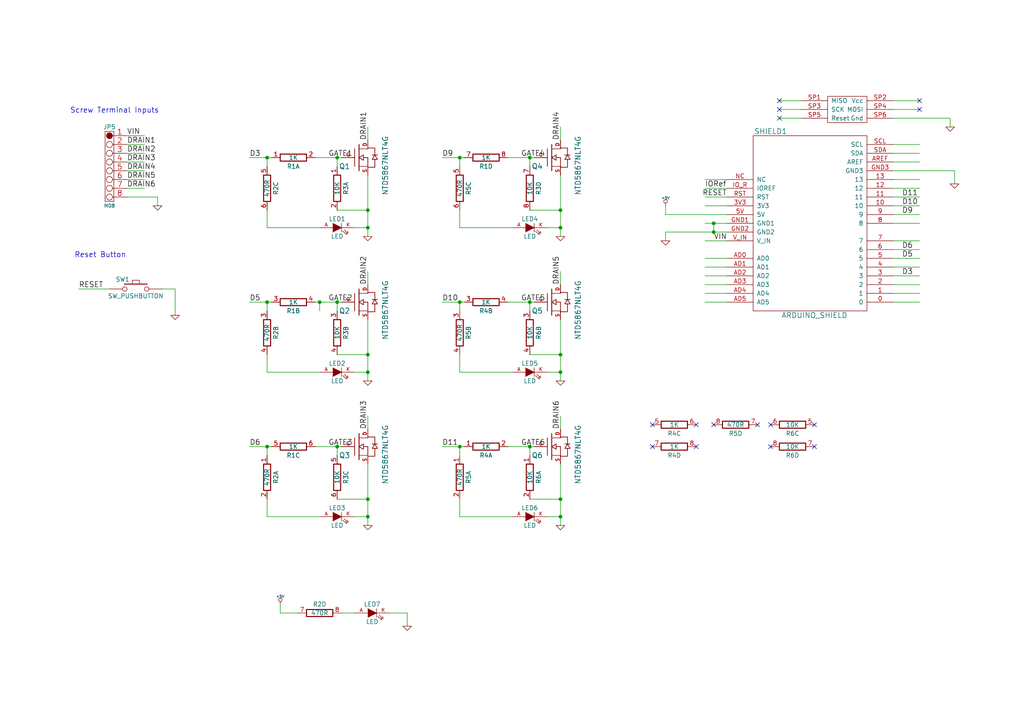
<source format=kicad_sch>
(kicad_sch (version 20230121) (generator eeschema)
  (paper "A4")
  (title_block (title "NDrive Shield") (date "28 Aug 2014") (rev "v1.0") (company "TAPR Open Hardware License") (comment 1 "(C) 2014 Freetronics Pty Ltd"))
  (lib_symbols
    (symbol "NDriveShield-rescue:+5V" (power) (pin_names (offset 1.016))
      (property "Value" "+5V" (at 0 2.286 0))
      (symbol "+5V_0_0"
        (pin power_in line (at 0 0 90) (length 0) hide (name "+5V") (number "1"))
      )
      (symbol "+5V_0_1"
        (polyline (pts (xy 0 0) (xy 0 0.762) (xy 0 0.762) (xy 0 0.762)))
        (circle (center 0 1.27) (radius 0.508))
      )
    )
    (symbol "NDriveShield-rescue:ARDUINO_SHIELD" (pin_names (offset 1.016))
      (property "Reference" "SHIELD" (at -11.43 29.21 0))
      (property "Value" "ARDUINO_SHIELD" (at 1.27 -24.13 0))
      (symbol "ARDUINO_SHIELD_0_1"
        (rectangle (start -16.51 -22.86) (end 16.51 27.94))
        (rectangle (start 5.08 39.37) (end 16.51 31.75))
      )
      (symbol "ARDUINO_SHIELD_1_1"
        (pin bidirectional line (at 24.13 -20.32 180) (length 7.62) (name "0") (number "0"))
        (pin bidirectional line (at 24.13 -17.78 180) (length 7.62) (name "1") (number "1"))
        (pin bidirectional line (at 24.13 7.62 180) (length 7.62) (name "10") (number "10"))
        (pin bidirectional line (at 24.13 10.16 180) (length 7.62) (name "11") (number "11"))
        (pin bidirectional line (at 24.13 12.7 180) (length 7.62) (name "12") (number "12"))
        (pin bidirectional line (at 24.13 15.24 180) (length 7.62) (name "13") (number "13"))
        (pin bidirectional line (at 24.13 -15.24 180) (length 7.62) (name "2") (number "2"))
        (pin bidirectional line (at 24.13 -12.7 180) (length 7.62) (name "3") (number "3"))
        (pin power_out line (at -24.13 7.62 0) (length 7.62) (name "3V3") (number "3V3"))
        (pin bidirectional line (at 24.13 -10.16 180) (length 7.62) (name "4") (number "4"))
        (pin bidirectional line (at 24.13 -7.62 180) (length 7.62) (name "5") (number "5"))
        (pin power_out line (at -24.13 5.08 0) (length 7.62) (name "5V") (number "5V"))
        (pin bidirectional line (at 24.13 -5.08 180) (length 7.62) (name "6") (number "6"))
        (pin bidirectional line (at 24.13 -2.54 180) (length 7.62) (name "7") (number "7"))
        (pin bidirectional line (at 24.13 2.54 180) (length 7.62) (name "8") (number "8"))
        (pin bidirectional line (at 24.13 5.08 180) (length 7.62) (name "9") (number "9"))
        (pin bidirectional line (at -24.13 -7.62 0) (length 7.62) (name "AD0") (number "AD0"))
        (pin bidirectional line (at -24.13 -10.16 0) (length 7.62) (name "AD1") (number "AD1"))
        (pin bidirectional line (at -24.13 -12.7 0) (length 7.62) (name "AD2") (number "AD2"))
        (pin bidirectional line (at -24.13 -15.24 0) (length 7.62) (name "AD3") (number "AD3"))
        (pin bidirectional line (at -24.13 -17.78 0) (length 7.62) (name "AD4") (number "AD4"))
        (pin bidirectional line (at -24.13 -20.32 0) (length 7.62) (name "AD5") (number "AD5"))
        (pin input line (at 24.13 20.32 180) (length 7.62) (name "AREF") (number "AREF"))
        (pin power_out line (at -24.13 2.54 0) (length 7.62) (name "GND1") (number "GND1"))
        (pin power_out line (at -24.13 0 0) (length 7.62) (name "GND2") (number "GND2"))
        (pin power_out line (at 24.13 17.78 180) (length 7.62) (name "GND3") (number "GND3"))
        (pin power_out line (at -24.13 12.7 0) (length 7.62) (name "IOREF") (number "IO_R"))
        (pin passive line (at -24.13 15.24 0) (length 7.62) (name "NC") (number "NC"))
        (pin input line (at -24.13 10.16 0) (length 7.62) (name "RST") (number "RST"))
        (pin output line (at 24.13 25.4 180) (length 7.62) (name "SCL") (number "SCL"))
        (pin bidirectional line (at 24.13 22.86 180) (length 7.62) (name "SDA") (number "SDA"))
        (pin bidirectional line (at -2.54 38.1 0) (length 7.62) (name "MISO") (number "SP1"))
        (pin power_out line (at 24.13 38.1 180) (length 7.62) (name "Vcc") (number "SP2"))
        (pin bidirectional line (at -2.54 35.56 0) (length 7.62) (name "SCK") (number "SP3"))
        (pin bidirectional line (at 24.13 35.56 180) (length 7.62) (name "MOSI") (number "SP4"))
        (pin input line (at -2.54 33.02 0) (length 7.62) (name "Reset") (number "SP5"))
        (pin power_out line (at 24.13 33.02 180) (length 7.62) (name "Gnd") (number "SP6"))
        (pin power_out line (at -24.13 -2.54 0) (length 7.62) (name "V_IN") (number "V_IN"))
      )
    )
    (symbol "NDriveShield-rescue:GND" (power) (pin_names (offset 0))
      (symbol "GND_0_1"
        (polyline (pts (xy -1.27 0) (xy 0 -1.27) (xy 1.27 0) (xy -1.27 0)))
      )
      (symbol "GND_1_1"
        (pin power_in line (at 0 0 90) (length 0) hide (name "GND") (number "1"))
      )
    )
    (symbol "NDriveShield-rescue:LED" (pin_names (offset 1.016) hide)
      (property "Reference" "LED" (at 0 2.54 0))
      (property "Value" "LED" (at 0 -2.54 0))
      (symbol "LED_0_1"
        (polyline (pts (xy 1.27 1.27) (xy 1.27 -1.27)))
        (polyline (pts (xy -1.27 1.27) (xy 1.27 0) (xy -1.27 -1.27)) (fill (type outline)))
        (polyline (pts (xy 1.651 -1.016) (xy 2.794 -2.032) (xy 2.667 -1.397)))
        (polyline (pts (xy 2.032 -0.635) (xy 3.175 -1.651) (xy 3.048 -1.016)))
      )
      (symbol "LED_1_1"
        (pin passive line (at -5.08 0 0) (length 3.81) (name "A") (number "A"))
        (pin passive line (at 5.08 0 180) (length 3.81) (name "K") (number "K"))
      )
    )
    (symbol "NDriveShield-rescue:M08" (pin_names (offset 0.762) hide)
      (property "Reference" "JP" (at -2.54 2.54 0))
      (property "Value" "M08" (at -2.54 -20.32 0))
      (symbol "M08_0_1"
        (circle (center -2.54 -15.24) (radius 0.889))
        (circle (center -2.54 -10.16) (radius 0.889))
        (circle (center -2.54 -5.08) (radius 0.889))
        (circle (center -2.54 0) (radius 0.889) (fill (type outline)))
        (polyline (pts (xy -3.81 1.27) (xy -1.27 1.27) (xy -1.27 -19.05) (xy -3.81 -19.05) (xy -3.81 1.27)))
        (pin passive line (at -7.62 0 0) (length 4.191) (name "1") (number "1"))
        (pin passive line (at -7.62 -2.54 0) (length 4.191) (name "2") (number "2"))
        (pin passive line (at -7.62 -5.08 0) (length 4.191) (name "3") (number "3"))
        (pin passive line (at -7.62 -7.62 0) (length 4.191) (name "4") (number "4"))
        (pin passive line (at -7.62 -10.16 0) (length 4.191) (name "5") (number "5"))
        (pin passive line (at -7.62 -12.7 0) (length 4.191) (name "6") (number "6"))
        (pin passive line (at -7.62 -15.24 0) (length 4.191) (name "7") (number "7"))
        (pin passive line (at -7.62 -17.78 0) (length 4.191) (name "8") (number "8"))
      )
      (symbol "M08_1_1"
        (circle (center -2.54 -17.78) (radius 0.889))
        (circle (center -2.54 -12.7) (radius 0.889))
        (circle (center -2.54 -7.62) (radius 0.889))
        (circle (center -2.54 -2.54) (radius 0.889))
      )
    )
    (symbol "NDriveShield-rescue:MOSFET_N" (pin_names (offset 0) hide)
      (property "Reference" "Q" (at -2.286 4.318 0))
      (property "Value" "MOSFET_N" (at 1.524 -6.35 0))
      (symbol "MOSFET_N_0_1"
        (polyline (pts (xy -1.27 -2.54) (xy -1.27 2.54)) (stroke (width 0.2032)))
        (polyline (pts (xy 0 -3.81) (xy 0 3.81)) (stroke (width 0.254)))
        (polyline (pts (xy 1.27 0) (xy 2.54 0)) (stroke (width 0.2032)))
        (polyline (pts (xy 2.54 -2.54) (xy 0 -2.54)))
        (polyline (pts (xy 2.54 -2.54) (xy 2.54 0)) (stroke (width 0.2032)))
        (polyline (pts (xy 2.54 2.54) (xy 0 2.54)))
        (polyline (pts (xy 5.334 0.762) (xy 3.81 0.762)) (stroke (width 0.2032)))
        (polyline (pts (xy 2.54 -2.794) (xy 4.572 -2.794) (xy 4.572 -0.508)) (stroke (width 0.2032)))
        (polyline (pts (xy 4.572 0.762) (xy 4.572 2.794) (xy 2.54 2.794)) (stroke (width 0.2032)))
        (polyline (pts (xy 1.27 0.762) (xy 1.27 -0.762) (xy 0 0) (xy 1.27 0.762) (xy 1.27 0.762)) (stroke (width 0.2032)))
        (polyline (pts (xy 5.334 -0.508) (xy 3.81 -0.508) (xy 4.572 0.762) (xy 5.334 -0.508) (xy 5.334 -0.508)) (stroke (width 0.2032)))
      )
      (symbol "MOSFET_N_1_1"
        (pin passive line (at 2.54 5.08 270) (length 2.54) (name "D") (number "D"))
        (pin input line (at -5.08 0 0) (length 3.81) (name "G") (number "G"))
        (pin passive line (at 2.54 -5.08 90) (length 2.54) (name "S") (number "S"))
      )
    )
    (symbol "NDriveShield-rescue:RES_PACK4_IND" (pin_names (offset 0) hide)
      (property "Reference" "R" (at 0 -2.54 0))
      (property "Value" "RES_PACK4_IND" (at 0 2.54 0))
      (symbol "RES_PACK4_IND_1_1"
        (rectangle (start -3.81 -1.016) (end 3.81 1.016) (stroke (width 0.3048)))
        (pin passive line (at -6.35 0 0) (length 2.54) (name "7") (number "1"))
        (pin passive line (at 6.35 0 180) (length 2.54) (name "8") (number "2"))
      )
      (symbol "RES_PACK4_IND_2_1"
        (rectangle (start -3.81 -1.016) (end 3.81 1.016) (stroke (width 0.3048)))
        (pin passive line (at -6.35 0 0) (length 2.54) (name "7") (number "3"))
        (pin passive line (at 6.35 0 180) (length 2.54) (name "8") (number "4"))
      )
      (symbol "RES_PACK4_IND_3_1"
        (rectangle (start -3.81 -1.016) (end 3.81 1.016) (stroke (width 0.3048)))
        (pin passive line (at -6.35 0 0) (length 2.54) (name "7") (number "5"))
        (pin passive line (at 6.35 0 180) (length 2.54) (name "8") (number "6"))
      )
      (symbol "RES_PACK4_IND_4_1"
        (rectangle (start -3.81 -1.016) (end 3.81 1.016) (stroke (width 0.3048)))
        (pin passive line (at -6.35 0 0) (length 2.54) (name "7") (number "7"))
        (pin passive line (at 6.35 0 180) (length 2.54) (name "8") (number "8"))
      )
    )
    (symbol "NDriveShield-rescue:SW_PUSHBUTTON" (pin_numbers hide) (pin_names (offset 1.016) hide)
      (property "Reference" "SW" (at -3.81 2.794 0))
      (property "Value" "SW_PUSHBUTTON" (at 0 -2.032 0))
      (symbol "SW_PUSHBUTTON_0_1"
        (rectangle (start -3.302 1.27) (end 3.302 1.524))
        (polyline (pts (xy -1.016 1.524) (xy -1.016 2.54) (xy 1.016 2.54) (xy 1.016 1.524)))
        (pin passive inverted (at -7.62 0 0) (length 5.08) (name "1") (number "1"))
        (pin passive inverted (at 7.62 0 180) (length 5.08) (name "2") (number "2"))
      )
    )
  )
  (junction (at 77.47 45.72))
  (junction (at 133.35 129.54))
  (junction (at 106.68 102.87))
  (junction (at 97.79 87.63))
  (junction (at 106.68 60.96))
  (junction (at 106.68 149.86))
  (junction (at 133.35 87.63))
  (junction (at 153.67 45.72))
  (junction (at 207.01 64.77))
  (junction (at 162.56 107.95))
  (junction (at 92.71 87.63))
  (junction (at 77.47 129.54))
  (junction (at 153.67 87.63))
  (junction (at 77.47 87.63))
  (junction (at 162.56 102.87))
  (junction (at 106.68 66.04))
  (junction (at 162.56 149.86))
  (junction (at 97.79 45.72))
  (junction (at 106.68 107.95))
  (junction (at 162.56 144.78))
  (junction (at 207.01 67.31))
  (junction (at 153.67 129.54))
  (junction (at 97.79 129.54))
  (junction (at 106.68 144.78))
  (junction (at 133.35 45.72))
  (junction (at 162.56 66.04))
  (junction (at 162.56 60.96))
  (no_connect (at 201.93 129.54))
  (no_connect (at 189.23 123.19))
  (no_connect (at 219.71 123.19))
  (no_connect (at 236.22 123.19))
  (no_connect (at 223.52 129.54))
  (no_connect (at 189.23 129.54))
  (no_connect (at 266.7 29.21))
  (no_connect (at 226.06 34.29))
  (no_connect (at 236.22 129.54))
  (no_connect (at 226.06 29.21))
  (no_connect (at 207.01 123.19))
  (no_connect (at 266.7 31.75))
  (no_connect (at 201.93 123.19))
  (no_connect (at 223.52 123.19))
  (no_connect (at 226.06 31.75))
  (wire (pts (xy 147.32 87.63) (xy 153.67 87.63)))
  (wire (pts (xy 133.35 66.04) (xy 148.59 66.04)))
  (wire (pts (xy 153.67 48.26) (xy 153.67 45.72)))
  (wire (pts (xy 162.56 50.8) (xy 162.56 60.96)))
  (wire (pts (xy 153.67 102.87) (xy 162.56 102.87)))
  (wire (pts (xy 77.47 90.17) (xy 77.47 87.63)))
  (wire (pts (xy 259.08 57.15) (xy 266.7 57.15)))
  (wire (pts (xy 153.67 87.63) (xy 154.94 87.63)))
  (wire (pts (xy 259.08 49.53) (xy 276.86 49.53)))
  (wire (pts (xy 99.06 177.8) (xy 102.87 177.8)))
  (wire (pts (xy 106.68 144.78) (xy 106.68 149.86)))
  (wire (pts (xy 133.35 87.63) (xy 128.27 87.63)))
  (wire (pts (xy 193.04 67.31) (xy 207.01 67.31)))
  (wire (pts (xy 210.82 85.09) (xy 204.47 85.09)))
  (wire (pts (xy 36.83 57.15) (xy 45.72 57.15)))
  (wire (pts (xy 77.47 45.72) (xy 72.39 45.72)))
  (wire (pts (xy 92.71 87.63) (xy 97.79 87.63)))
  (wire (pts (xy 86.36 177.8) (xy 81.28 177.8)))
  (wire (pts (xy 193.04 62.23) (xy 193.04 59.69)))
  (wire (pts (xy 210.82 82.55) (xy 204.47 82.55)))
  (wire (pts (xy 259.08 85.09) (xy 266.7 85.09)))
  (wire (pts (xy 106.68 60.96) (xy 106.68 66.04)))
  (wire (pts (xy 97.79 48.26) (xy 97.79 45.72)))
  (wire (pts (xy 259.08 52.07) (xy 266.7 52.07)))
  (wire (pts (xy 77.47 149.86) (xy 92.71 149.86)))
  (wire (pts (xy 102.87 149.86) (xy 106.68 149.86)))
  (wire (pts (xy 97.79 102.87) (xy 106.68 102.87)))
  (wire (pts (xy 275.59 34.29) (xy 275.59 36.83)))
  (wire (pts (xy 36.83 54.61) (xy 41.91 54.61)))
  (wire (pts (xy 259.08 29.21) (xy 266.7 29.21)))
  (wire (pts (xy 259.08 82.55) (xy 266.7 82.55)))
  (wire (pts (xy 106.68 107.95) (xy 106.68 110.49)))
  (wire (pts (xy 207.01 67.31) (xy 210.82 67.31)))
  (wire (pts (xy 210.82 69.85) (xy 204.47 69.85)))
  (wire (pts (xy 259.08 87.63) (xy 266.7 87.63)))
  (wire (pts (xy 31.75 83.82) (xy 22.86 83.82)))
  (wire (pts (xy 210.82 87.63) (xy 204.47 87.63)))
  (wire (pts (xy 232.41 29.21) (xy 226.06 29.21)))
  (wire (pts (xy 77.47 87.63) (xy 78.74 87.63)))
  (wire (pts (xy 77.47 102.87) (xy 77.47 107.95)))
  (wire (pts (xy 162.56 60.96) (xy 162.56 66.04)))
  (wire (pts (xy 97.79 144.78) (xy 106.68 144.78)))
  (wire (pts (xy 133.35 45.72) (xy 128.27 45.72)))
  (wire (pts (xy 259.08 59.69) (xy 266.7 59.69)))
  (wire (pts (xy 153.67 45.72) (xy 154.94 45.72)))
  (wire (pts (xy 97.79 132.08) (xy 97.79 129.54)))
  (wire (pts (xy 193.04 67.31) (xy 193.04 69.85)))
  (wire (pts (xy 97.79 60.96) (xy 106.68 60.96)))
  (wire (pts (xy 118.11 177.8) (xy 118.11 181.61)))
  (wire (pts (xy 106.68 40.64) (xy 106.68 36.83)))
  (wire (pts (xy 259.08 34.29) (xy 275.59 34.29)))
  (wire (pts (xy 210.82 54.61) (xy 204.47 54.61)))
  (wire (pts (xy 162.56 124.46) (xy 162.56 120.65)))
  (wire (pts (xy 36.83 41.91) (xy 41.91 41.91)))
  (wire (pts (xy 207.01 64.77) (xy 207.01 67.31)))
  (wire (pts (xy 77.47 132.08) (xy 77.47 129.54)))
  (wire (pts (xy 36.83 39.37) (xy 41.91 39.37)))
  (wire (pts (xy 77.47 129.54) (xy 72.39 129.54)))
  (wire (pts (xy 259.08 62.23) (xy 266.7 62.23)))
  (wire (pts (xy 259.08 64.77) (xy 266.7 64.77)))
  (wire (pts (xy 36.83 49.53) (xy 41.91 49.53)))
  (wire (pts (xy 78.74 45.72) (xy 77.47 45.72)))
  (wire (pts (xy 162.56 144.78) (xy 162.56 149.86)))
  (wire (pts (xy 97.79 87.63) (xy 99.06 87.63)))
  (wire (pts (xy 193.04 62.23) (xy 210.82 62.23)))
  (wire (pts (xy 133.35 149.86) (xy 148.59 149.86)))
  (wire (pts (xy 232.41 34.29) (xy 226.06 34.29)))
  (wire (pts (xy 210.82 77.47) (xy 204.47 77.47)))
  (wire (pts (xy 210.82 59.69) (xy 204.47 59.69)))
  (wire (pts (xy 91.44 129.54) (xy 97.79 129.54)))
  (wire (pts (xy 153.67 129.54) (xy 154.94 129.54)))
  (wire (pts (xy 210.82 74.93) (xy 204.47 74.93)))
  (wire (pts (xy 133.35 132.08) (xy 133.35 129.54)))
  (wire (pts (xy 106.68 82.55) (xy 106.68 78.74)))
  (wire (pts (xy 92.71 90.17) (xy 92.71 87.63)))
  (wire (pts (xy 36.83 52.07) (xy 41.91 52.07)))
  (wire (pts (xy 106.68 50.8) (xy 106.68 60.96)))
  (wire (pts (xy 46.99 83.82) (xy 50.8 83.82)))
  (wire (pts (xy 134.62 87.63) (xy 133.35 87.63)))
  (wire (pts (xy 259.08 46.99) (xy 266.7 46.99)))
  (wire (pts (xy 97.79 90.17) (xy 97.79 87.63)))
  (wire (pts (xy 91.44 45.72) (xy 97.79 45.72)))
  (wire (pts (xy 91.44 87.63) (xy 92.71 87.63)))
  (wire (pts (xy 153.67 60.96) (xy 162.56 60.96)))
  (wire (pts (xy 77.47 45.72) (xy 77.47 48.26)))
  (wire (pts (xy 153.67 132.08) (xy 153.67 129.54)))
  (wire (pts (xy 162.56 66.04) (xy 162.56 68.58)))
  (wire (pts (xy 36.83 44.45) (xy 41.91 44.45)))
  (wire (pts (xy 153.67 144.78) (xy 162.56 144.78)))
  (wire (pts (xy 276.86 49.53) (xy 276.86 53.34)))
  (wire (pts (xy 36.83 46.99) (xy 41.91 46.99)))
  (wire (pts (xy 106.68 102.87) (xy 106.68 107.95)))
  (wire (pts (xy 133.35 90.17) (xy 133.35 87.63)))
  (wire (pts (xy 259.08 54.61) (xy 266.7 54.61)))
  (wire (pts (xy 102.87 107.95) (xy 106.68 107.95)))
  (wire (pts (xy 133.35 129.54) (xy 128.27 129.54)))
  (wire (pts (xy 162.56 149.86) (xy 162.56 152.4)))
  (wire (pts (xy 97.79 129.54) (xy 99.06 129.54)))
  (wire (pts (xy 133.35 144.78) (xy 133.35 149.86)))
  (wire (pts (xy 45.72 57.15) (xy 45.72 59.69)))
  (wire (pts (xy 147.32 129.54) (xy 153.67 129.54)))
  (wire (pts (xy 134.62 45.72) (xy 133.35 45.72)))
  (wire (pts (xy 259.08 31.75) (xy 266.7 31.75)))
  (wire (pts (xy 158.75 149.86) (xy 162.56 149.86)))
  (wire (pts (xy 162.56 92.71) (xy 162.56 102.87)))
  (wire (pts (xy 106.68 134.62) (xy 106.68 144.78)))
  (wire (pts (xy 162.56 82.55) (xy 162.56 78.74)))
  (wire (pts (xy 147.32 45.72) (xy 153.67 45.72)))
  (wire (pts (xy 162.56 40.64) (xy 162.56 36.83)))
  (wire (pts (xy 102.87 66.04) (xy 106.68 66.04)))
  (wire (pts (xy 259.08 41.91) (xy 266.7 41.91)))
  (wire (pts (xy 259.08 44.45) (xy 266.7 44.45)))
  (wire (pts (xy 210.82 80.01) (xy 204.47 80.01)))
  (wire (pts (xy 106.68 92.71) (xy 106.68 102.87)))
  (wire (pts (xy 158.75 66.04) (xy 162.56 66.04)))
  (wire (pts (xy 259.08 77.47) (xy 266.7 77.47)))
  (wire (pts (xy 162.56 107.95) (xy 162.56 110.49)))
  (wire (pts (xy 97.79 45.72) (xy 99.06 45.72)))
  (wire (pts (xy 113.03 177.8) (xy 118.11 177.8)))
  (wire (pts (xy 133.35 60.96) (xy 133.35 66.04)))
  (wire (pts (xy 210.82 57.15) (xy 204.47 57.15)))
  (wire (pts (xy 210.82 52.07) (xy 204.47 52.07)))
  (wire (pts (xy 259.08 72.39) (xy 266.7 72.39)))
  (wire (pts (xy 106.68 124.46) (xy 106.68 120.65)))
  (wire (pts (xy 162.56 134.62) (xy 162.56 144.78)))
  (wire (pts (xy 162.56 102.87) (xy 162.56 107.95)))
  (wire (pts (xy 133.35 48.26) (xy 133.35 45.72)))
  (wire (pts (xy 106.68 66.04) (xy 106.68 68.58)))
  (wire (pts (xy 50.8 83.82) (xy 50.8 91.44)))
  (wire (pts (xy 77.47 60.96) (xy 77.47 66.04)))
  (wire (pts (xy 106.68 149.86) (xy 106.68 152.4)))
  (wire (pts (xy 78.74 129.54) (xy 77.47 129.54)))
  (wire (pts (xy 158.75 107.95) (xy 162.56 107.95)))
  (wire (pts (xy 77.47 66.04) (xy 92.71 66.04)))
  (wire (pts (xy 210.82 64.77) (xy 207.01 64.77)))
  (wire (pts (xy 259.08 74.93) (xy 266.7 74.93)))
  (wire (pts (xy 134.62 129.54) (xy 133.35 129.54)))
  (wire (pts (xy 232.41 31.75) (xy 226.06 31.75)))
  (wire (pts (xy 77.47 144.78) (xy 77.47 149.86)))
  (wire (pts (xy 133.35 102.87) (xy 133.35 107.95)))
  (wire (pts (xy 259.08 69.85) (xy 266.7 69.85)))
  (wire (pts (xy 81.28 177.8) (xy 81.28 175.26)))
  (wire (pts (xy 207.01 64.77) (xy 204.47 64.77)))
  (wire (pts (xy 259.08 80.01) (xy 266.7 80.01)))
  (wire (pts (xy 153.67 90.17) (xy 153.67 87.63)))
  (wire (pts (xy 72.39 87.63) (xy 77.47 87.63)))
  (wire (pts (xy 77.47 107.95) (xy 92.71 107.95)))
  (wire (pts (xy 133.35 107.95) (xy 148.59 107.95)))
  (text "Screw Terminal Inputs\n" (at 20.32 33.02 0) (effects (font (size 1.524 1.524)) (justify left bottom)))
  (text "Reset Button\n" (at 21.59 74.93 0) (effects (font (size 1.524 1.524)) (justify left bottom)))
  (label "D11" (at 261.62 57.15 0) (effects (font (size 1.524 1.524))))
  (label "D10" (at 128.27 87.63 0) (effects (font (size 1.524 1.524))))
  (label "D10" (at 261.62 59.69 0) (effects (font (size 1.524 1.524))))
  (label "DRAIN1" (at 36.83 41.91 0) (effects (font (size 1.524 1.524))))
  (label "GATE3" (at 95.25 129.54 0) (effects (font (size 1.524 1.524))))
  (label "D11" (at 128.27 129.54 0) (effects (font (size 1.524 1.524))))
  (label "RESET" (at 22.86 83.82 0) (effects (font (size 1.524 1.524))))
  (label "D6" (at 72.39 129.54 0) (effects (font (size 1.524 1.524))))
  (label "DRAIN3" (at 106.68 124.46 90) (effects (font (size 1.524 1.524))))
  (label "IORef" (at 204.47 54.61 0) (effects (font (size 1.524 1.524))))
  (label "DRAIN6" (at 36.83 54.61 0) (effects (font (size 1.524 1.524))))
  (label "GATE2" (at 95.25 87.63 0) (effects (font (size 1.524 1.524))))
  (label "VIN" (at 36.83 39.37 0) (effects (font (size 1.524 1.524))))
  (label "GATE6" (at 151.13 129.54 0) (effects (font (size 1.524 1.524))))
  (label "VIN" (at 207.01 69.85 0) (effects (font (size 1.524 1.524))))
  (label "D5" (at 261.62 74.93 0) (effects (font (size 1.524 1.524))))
  (label "DRAIN2" (at 36.83 44.45 0) (effects (font (size 1.524 1.524))))
  (label "DRAIN6" (at 162.56 124.46 90) (effects (font (size 1.524 1.524))))
  (label "D6" (at 261.62 72.39 0) (effects (font (size 1.524 1.524))))
  (label "GATE5" (at 151.13 87.63 0) (effects (font (size 1.524 1.524))))
  (label "DRAIN5" (at 162.56 82.55 90) (effects (font (size 1.524 1.524))))
  (label "D3" (at 72.39 45.72 0) (effects (font (size 1.524 1.524))))
  (label "GATE1" (at 95.25 45.72 0) (effects (font (size 1.524 1.524))))
  (label "RESET" (at 210.82 57.15 180) (effects (font (size 1.524 1.524))))
  (label "D9" (at 128.27 45.72 0) (effects (font (size 1.524 1.524))))
  (label "DRAIN3" (at 36.83 46.99 0) (effects (font (size 1.524 1.524))))
  (label "D9" (at 261.62 62.23 0) (effects (font (size 1.524 1.524))))
  (label "DRAIN4" (at 36.83 49.53 0) (effects (font (size 1.524 1.524))))
  (label "D3" (at 261.62 80.01 0) (effects (font (size 1.524 1.524))))
  (label "D5" (at 72.39 87.63 0) (effects (font (size 1.524 1.524))))
  (label "DRAIN1" (at 106.68 40.64 90) (effects (font (size 1.524 1.524))))
  (label "DRAIN5" (at 36.83 52.07 0) (effects (font (size 1.524 1.524))))
  (label "GATE4" (at 151.13 45.72 0) (effects (font (size 1.524 1.524))))
  (label "DRAIN4" (at 162.56 40.64 90) (effects (font (size 1.524 1.524))))
  (label "DRAIN2" (at 106.68 82.55 90) (effects (font (size 1.524 1.524))))
  (symbol (lib_id "NDriveShield-rescue:MOSFET_N") (at 104.14 45.72 0) (unit 1)
    (property "Reference" "Q1" (at 101.6 48.26 0) (effects (font (size 1.524 1.524)) (justify right)))
    (property "Value" "NTD5867NLT4G" (at 111.76 39.37 90) (effects (font (size 1.524 1.524)) (justify right)))
    (property "Footprint" "FT:MOSFET_DPAK" (effects hide))
  )
  (symbol (lib_id "NDriveShield-rescue:ARDUINO_SHIELD") (at 234.95 67.31 0) (unit 1)
    (property "Reference" "SHIELD1" (at 223.52 38.1 0) (effects (font (size 1.524 1.524))))
    (property "Value" "ARDUINO_SHIELD" (at 236.22 91.44 0) (effects (font (size 1.524 1.524))))
    (property "Footprint" "FT:ARDUINO_SHIELD_ROUNDPADS_BREAKOUT" (effects hide))
  )
  (symbol (lib_id "NDriveShield-rescue:M08") (at 29.21 39.37 0) (mirror y) (unit 1)
    (property "Reference" "JP5" (at 31.75 36.83 0))
    (property "Value" "M08" (at 31.75 59.69 0) (effects (font (size 1.016 1.016))))
    (property "Footprint" "FT:TERMINALBLOCK_3.5MM_8" (effects hide))
  )
  (symbol (lib_id "NDriveShield-rescue:LED") (at 97.79 66.04 0) (unit 1)
    (property "Reference" "LED1" (at 97.79 63.5 0))
    (property "Value" "LED" (at 97.79 68.58 0))
    (property "Footprint" "FT:LED-0603" (effects hide))
  )
  (symbol (lib_id "NDriveShield-rescue:GND") (at 106.68 68.58 0) (unit 1)
    (property "Reference" "#PWR01" (effects hide))
    (property "Value" "GND" (effects hide))
  )
  (symbol (lib_id "NDriveShield-rescue:RES_PACK4_IND") (at 85.09 45.72 0) (unit 1)
    (property "Reference" "R1" (at 85.09 48.26 0))
    (property "Value" "1K" (at 85.09 45.72 0))
    (property "Footprint" "FT:RES_CAY16" (effects hide))
  )
  (symbol (lib_id "NDriveShield-rescue:RES_PACK4_IND") (at 97.79 54.61 270) (unit 1)
    (property "Reference" "R3" (at 100.33 54.61 0))
    (property "Value" "10K" (at 97.79 54.61 0))
    (property "Footprint" "FT:RES_CAY16" (effects hide))
  )
  (symbol (lib_id "NDriveShield-rescue:RES_PACK4_IND") (at 77.47 54.61 270) (unit 3)
    (property "Reference" "R2" (at 80.01 54.61 0))
    (property "Value" "470R" (at 77.47 54.61 0))
    (property "Footprint" "FT:RES_CAY16" (effects hide))
  )
  (symbol (lib_id "NDriveShield-rescue:LED") (at 97.79 107.95 0) (unit 1)
    (property "Reference" "LED2" (at 97.79 105.41 0))
    (property "Value" "LED" (at 97.79 110.49 0))
    (property "Footprint" "FT:LED-0603" (effects hide))
  )
  (symbol (lib_id "NDriveShield-rescue:GND") (at 106.68 110.49 0) (unit 1)
    (property "Reference" "#PWR02" (effects hide))
    (property "Value" "GND" (effects hide))
  )
  (symbol (lib_id "NDriveShield-rescue:RES_PACK4_IND") (at 85.09 87.63 0) (unit 2)
    (property "Reference" "R1" (at 85.09 90.17 0))
    (property "Value" "1K" (at 85.09 87.63 0))
    (property "Footprint" "FT:RES_CAY16" (effects hide))
  )
  (symbol (lib_id "NDriveShield-rescue:RES_PACK4_IND") (at 97.79 96.52 270) (unit 2)
    (property "Reference" "R3" (at 100.33 96.52 0))
    (property "Value" "10K" (at 97.79 96.52 0))
    (property "Footprint" "FT:RES_CAY16" (effects hide))
  )
  (symbol (lib_id "NDriveShield-rescue:RES_PACK4_IND") (at 77.47 96.52 270) (unit 2)
    (property "Reference" "R2" (at 80.01 96.52 0))
    (property "Value" "470R" (at 77.47 96.52 0))
    (property "Footprint" "FT:RES_CAY16" (effects hide))
  )
  (symbol (lib_id "NDriveShield-rescue:MOSFET_N") (at 104.14 87.63 0) (unit 1)
    (property "Reference" "Q2" (at 101.6 90.17 0) (effects (font (size 1.524 1.524)) (justify right)))
    (property "Value" "NTD5867NLT4G" (at 111.76 81.28 90) (effects (font (size 1.524 1.524)) (justify right)))
    (property "Footprint" "FT:MOSFET_DPAK" (effects hide))
  )
  (symbol (lib_id "NDriveShield-rescue:LED") (at 153.67 66.04 0) (unit 1)
    (property "Reference" "LED4" (at 153.67 63.5 0))
    (property "Value" "LED" (at 153.67 68.58 0))
    (property "Footprint" "FT:LED-0603" (effects hide))
  )
  (symbol (lib_id "NDriveShield-rescue:GND") (at 162.56 68.58 0) (unit 1)
    (property "Reference" "#PWR03" (effects hide))
    (property "Value" "GND" (effects hide))
  )
  (symbol (lib_id "NDriveShield-rescue:RES_PACK4_IND") (at 140.97 45.72 0) (unit 4)
    (property "Reference" "R1" (at 140.97 48.26 0))
    (property "Value" "1K" (at 140.97 45.72 0))
    (property "Footprint" "FT:RES_CAY16" (effects hide))
  )
  (symbol (lib_id "NDriveShield-rescue:RES_PACK4_IND") (at 153.67 54.61 270) (unit 4)
    (property "Reference" "R3" (at 156.21 54.61 0))
    (property "Value" "10K" (at 153.67 54.61 0))
    (property "Footprint" "FT:RES_CAY16" (effects hide))
  )
  (symbol (lib_id "NDriveShield-rescue:RES_PACK4_IND") (at 133.35 54.61 270) (unit 3)
    (property "Reference" "R5" (at 135.89 54.61 0))
    (property "Value" "470R" (at 133.35 54.61 0))
    (property "Footprint" "FT:RES_CAY16" (effects hide))
  )
  (symbol (lib_id "NDriveShield-rescue:MOSFET_N") (at 160.02 45.72 0) (unit 1)
    (property "Reference" "Q4" (at 157.48 48.26 0) (effects (font (size 1.524 1.524)) (justify right)))
    (property "Value" "NTD5867NLT4G" (at 167.64 39.37 90) (effects (font (size 1.524 1.524)) (justify right)))
    (property "Footprint" "FT:MOSFET_DPAK" (effects hide))
  )
  (symbol (lib_id "NDriveShield-rescue:LED") (at 153.67 107.95 0) (unit 1)
    (property "Reference" "LED5" (at 153.67 105.41 0))
    (property "Value" "LED" (at 153.67 110.49 0))
    (property "Footprint" "FT:LED-0603" (effects hide))
  )
  (symbol (lib_id "NDriveShield-rescue:GND") (at 162.56 110.49 0) (unit 1)
    (property "Reference" "#PWR04" (effects hide))
    (property "Value" "GND" (effects hide))
  )
  (symbol (lib_id "NDriveShield-rescue:RES_PACK4_IND") (at 140.97 87.63 0) (unit 2)
    (property "Reference" "R4" (at 140.97 90.17 0))
    (property "Value" "1K" (at 140.97 87.63 0))
    (property "Footprint" "FT:RES_CAY16" (effects hide))
  )
  (symbol (lib_id "NDriveShield-rescue:RES_PACK4_IND") (at 153.67 96.52 270) (unit 2)
    (property "Reference" "R6" (at 156.21 96.52 0))
    (property "Value" "10K" (at 153.67 96.52 0))
    (property "Footprint" "FT:RES_CAY16" (effects hide))
  )
  (symbol (lib_id "NDriveShield-rescue:RES_PACK4_IND") (at 133.35 96.52 270) (unit 2)
    (property "Reference" "R5" (at 135.89 96.52 0))
    (property "Value" "470R" (at 133.35 96.52 0))
    (property "Footprint" "FT:RES_CAY16" (effects hide))
  )
  (symbol (lib_id "NDriveShield-rescue:MOSFET_N") (at 160.02 87.63 0) (unit 1)
    (property "Reference" "Q5" (at 157.48 90.17 0) (effects (font (size 1.524 1.524)) (justify right)))
    (property "Value" "NTD5867NLT4G" (at 167.64 81.28 90) (effects (font (size 1.524 1.524)) (justify right)))
    (property "Footprint" "FT:MOSFET_DPAK" (effects hide))
  )
  (symbol (lib_id "NDriveShield-rescue:LED") (at 97.79 149.86 0) (unit 1)
    (property "Reference" "LED3" (at 97.79 147.32 0))
    (property "Value" "LED" (at 97.79 152.4 0))
    (property "Footprint" "FT:LED-0603" (effects hide))
  )
  (symbol (lib_id "NDriveShield-rescue:GND") (at 106.68 152.4 0) (unit 1)
    (property "Reference" "#PWR05" (effects hide))
    (property "Value" "GND" (effects hide))
  )
  (symbol (lib_id "NDriveShield-rescue:RES_PACK4_IND") (at 85.09 129.54 0) (unit 3)
    (property "Reference" "R1" (at 85.09 132.08 0))
    (property "Value" "1K" (at 85.09 129.54 0))
    (property "Footprint" "FT:RES_CAY16" (effects hide))
  )
  (symbol (lib_id "NDriveShield-rescue:RES_PACK4_IND") (at 97.79 138.43 270) (unit 3)
    (property "Reference" "R3" (at 100.33 138.43 0))
    (property "Value" "10K" (at 97.79 138.43 0))
    (property "Footprint" "FT:RES_CAY16" (effects hide))
  )
  (symbol (lib_id "NDriveShield-rescue:RES_PACK4_IND") (at 77.47 138.43 270) (unit 1)
    (property "Reference" "R2" (at 80.01 138.43 0))
    (property "Value" "470R" (at 77.47 138.43 0))
    (property "Footprint" "FT:RES_CAY16" (effects hide))
  )
  (symbol (lib_id "NDriveShield-rescue:MOSFET_N") (at 104.14 129.54 0) (unit 1)
    (property "Reference" "Q3" (at 101.6 132.08 0) (effects (font (size 1.524 1.524)) (justify right)))
    (property "Value" "NTD5867NLT4G" (at 111.76 123.19 90) (effects (font (size 1.524 1.524)) (justify right)))
    (property "Footprint" "FT:MOSFET_DPAK" (effects hide))
  )
  (symbol (lib_id "NDriveShield-rescue:LED") (at 153.67 149.86 0) (unit 1)
    (property "Reference" "LED6" (at 153.67 147.32 0))
    (property "Value" "LED" (at 153.67 152.4 0))
    (property "Footprint" "FT:LED-0603" (effects hide))
  )
  (symbol (lib_id "NDriveShield-rescue:GND") (at 162.56 152.4 0) (unit 1)
    (property "Reference" "#PWR06" (effects hide))
    (property "Value" "GND" (effects hide))
  )
  (symbol (lib_id "NDriveShield-rescue:RES_PACK4_IND") (at 140.97 129.54 0) (unit 1)
    (property "Reference" "R4" (at 140.97 132.08 0))
    (property "Value" "1K" (at 140.97 129.54 0))
    (property "Footprint" "FT:RES_CAY16" (effects hide))
  )
  (symbol (lib_id "NDriveShield-rescue:RES_PACK4_IND") (at 153.67 138.43 270) (unit 1)
    (property "Reference" "R6" (at 156.21 138.43 0))
    (property "Value" "10K" (at 153.67 138.43 0))
    (property "Footprint" "FT:RES_CAY16" (effects hide))
  )
  (symbol (lib_id "NDriveShield-rescue:RES_PACK4_IND") (at 133.35 138.43 270) (unit 1)
    (property "Reference" "R5" (at 135.89 138.43 0))
    (property "Value" "470R" (at 133.35 138.43 0))
    (property "Footprint" "FT:RES_CAY16" (effects hide))
  )
  (symbol (lib_id "NDriveShield-rescue:MOSFET_N") (at 160.02 129.54 0) (unit 1)
    (property "Reference" "Q6" (at 157.48 132.08 0) (effects (font (size 1.524 1.524)) (justify right)))
    (property "Value" "NTD5867NLT4G" (at 167.64 123.19 90) (effects (font (size 1.524 1.524)) (justify right)))
    (property "Footprint" "FT:MOSFET_DPAK" (effects hide))
  )
  (symbol (lib_id "NDriveShield-rescue:RES_PACK4_IND") (at 195.58 123.19 0) (unit 3)
    (property "Reference" "R4" (at 195.58 125.73 0))
    (property "Value" "1K" (at 195.58 123.19 0))
    (property "Footprint" "FT:RES_CAY16" (effects hide))
  )
  (symbol (lib_id "NDriveShield-rescue:RES_PACK4_IND") (at 92.71 177.8 0) (unit 4)
    (property "Reference" "R2" (at 92.71 175.26 0))
    (property "Value" "470R" (at 92.71 177.8 0))
    (property "Footprint" "FT:RES_CAY16" (effects hide))
  )
  (symbol (lib_id "NDriveShield-rescue:RES_PACK4_IND") (at 229.87 123.19 180) (unit 3)
    (property "Reference" "R6" (at 229.87 125.73 0))
    (property "Value" "10K" (at 229.87 123.19 0))
    (property "Footprint" "FT:RES_CAY16" (effects hide))
  )
  (symbol (lib_id "NDriveShield-rescue:RES_PACK4_IND") (at 195.58 129.54 0) (unit 4)
    (property "Reference" "R4" (at 195.58 132.08 0))
    (property "Value" "1K" (at 195.58 129.54 0))
    (property "Footprint" "FT:RES_CAY16" (effects hide))
  )
  (symbol (lib_id "NDriveShield-rescue:RES_PACK4_IND") (at 213.36 123.19 180) (unit 4)
    (property "Reference" "R5" (at 213.36 125.73 0))
    (property "Value" "470R" (at 213.36 123.19 0))
    (property "Footprint" "FT:RES_CAY16" (effects hide))
  )
  (symbol (lib_id "NDriveShield-rescue:RES_PACK4_IND") (at 229.87 129.54 180) (unit 4)
    (property "Reference" "R6" (at 229.87 132.08 0))
    (property "Value" "10K" (at 229.87 129.54 0))
    (property "Footprint" "FT:RES_CAY16" (effects hide))
  )
  (symbol (lib_id "NDriveShield-rescue:+5V") (at 81.28 175.26 0) (unit 1)
    (property "Reference" "#PWR07" (effects hide))
    (property "Value" "+5V" (at 81.28 172.974 0) (effects (font (size 0.762 0.762))))
  )
  (symbol (lib_id "NDriveShield-rescue:LED") (at 107.95 177.8 0) (unit 1)
    (property "Reference" "LED7" (at 107.95 175.26 0))
    (property "Value" "LED" (at 107.95 180.34 0))
    (property "Footprint" "FT:LED-0603" (effects hide))
  )
  (symbol (lib_id "NDriveShield-rescue:GND") (at 118.11 181.61 0) (unit 1)
    (property "Reference" "#PWR08" (effects hide))
    (property "Value" "GND" (effects hide))
  )
  (symbol (lib_id "NDriveShield-rescue:SW_PUSHBUTTON") (at 39.37 83.82 0) (unit 1)
    (property "Reference" "SW1" (at 35.56 81.026 0))
    (property "Value" "SW_PUSHBUTTON" (at 39.37 85.852 0))
    (property "Footprint" "FT:TACTILE_SWITCH_SMD_2PIN_TINY" (effects hide))
  )
  (symbol (lib_id "NDriveShield-rescue:GND") (at 50.8 91.44 0) (unit 1)
    (property "Reference" "#PWR09" (effects hide))
    (property "Value" "GND" (effects hide))
  )
  (symbol (lib_id "NDriveShield-rescue:GND") (at 193.04 69.85 0) (unit 1)
    (property "Reference" "#PWR010" (effects hide))
    (property "Value" "GND" (effects hide))
  )
  (symbol (lib_id "NDriveShield-rescue:GND") (at 45.72 59.69 0) (unit 1)
    (property "Reference" "#PWR011" (effects hide))
    (property "Value" "GND" (effects hide))
  )
  (symbol (lib_id "NDriveShield-rescue:+5V") (at 193.04 59.69 0) (unit 1)
    (property "Reference" "#PWR012" (effects hide))
    (property "Value" "+5V" (at 193.04 57.404 0) (effects (font (size 0.762 0.762))))
  )
  (symbol (lib_id "NDriveShield-rescue:GND") (at 276.86 53.34 0) (unit 1)
    (property "Reference" "#PWR013" (effects hide))
    (property "Value" "GND" (effects hide))
  )
  (symbol (lib_id "NDriveShield-rescue:GND") (at 275.59 36.83 0) (unit 1)
    (property "Reference" "#PWR014" (effects hide))
    (property "Value" "GND" (effects hide))
  )
)
</source>
